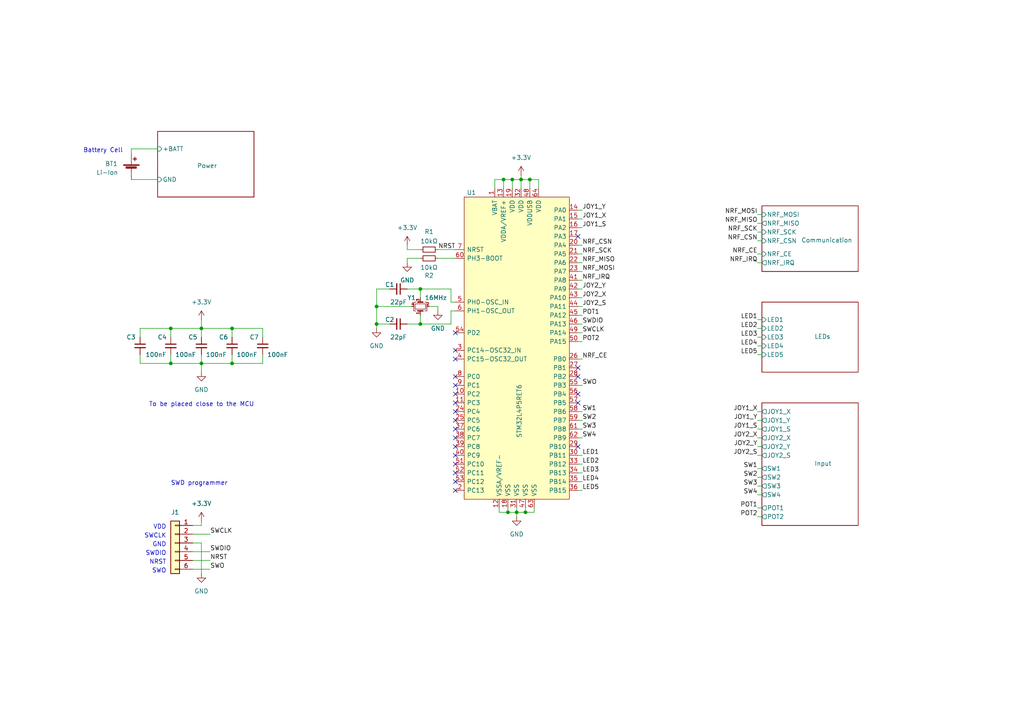
<source format=kicad_sch>
(kicad_sch (version 20211123) (generator eeschema)
  (paper "A4")
  (title_block (title "RC Helicopter Remote Control") (date "2022-12-29") (rev "${REVISION}") (company "Authors: A. Kotkov, I. Kajdan") (comment 1 "Reviewer: A. Bondyra"))
  (lib_symbols
    (symbol "Connector_Generic:Conn_01x06" (pin_names (offset 1.016) hide)
      (property "Reference" "J" (at 0 7.62 0))
      (property "Value" "Conn_01x06" (at 0 -10.16 0))
      (symbol "Conn_01x06_1_1"
        (rectangle (start -1.27 -7.493) (end 0 -7.747) (stroke (width 0.1524)))
        (rectangle (start -1.27 -4.953) (end 0 -5.207) (stroke (width 0.1524)))
        (rectangle (start -1.27 -2.413) (end 0 -2.667) (stroke (width 0.1524)))
        (rectangle (start -1.27 0.127) (end 0 -0.127) (stroke (width 0.1524)))
        (rectangle (start -1.27 2.667) (end 0 2.413) (stroke (width 0.1524)))
        (rectangle (start -1.27 5.207) (end 0 4.953) (stroke (width 0.1524)))
        (rectangle (start -1.27 6.35) (end 1.27 -8.89) (stroke (width 0.254)) (fill (type background)))
        (pin passive line (at -5.08 5.08 0) (length 3.81) (name "Pin_1") (number "1"))
        (pin passive line (at -5.08 2.54 0) (length 3.81) (name "Pin_2") (number "2"))
        (pin passive line (at -5.08 0 0) (length 3.81) (name "Pin_3") (number "3"))
        (pin passive line (at -5.08 -2.54 0) (length 3.81) (name "Pin_4") (number "4"))
        (pin passive line (at -5.08 -5.08 0) (length 3.81) (name "Pin_5") (number "5"))
        (pin passive line (at -5.08 -7.62 0) (length 3.81) (name "Pin_6") (number "6"))
      )
    )
    (symbol "Device:Battery_Cell" (pin_numbers hide) (pin_names (offset 0) hide)
      (property "Reference" "BT" (at 2.54 2.54 0))
      (property "Value" "Battery_Cell" (at 2.54 0 0))
      (symbol "Battery_Cell_0_1"
        (rectangle (start -2.286 1.778) (end 2.286 1.524) (fill (type outline)))
        (rectangle (start -1.5748 1.1938) (end 1.4732 0.6858) (fill (type outline)))
        (polyline (pts (xy 0 0.762) (xy 0 0)))
        (polyline (pts (xy 0 1.778) (xy 0 2.54)))
        (polyline (pts (xy 0.508 3.429) (xy 1.524 3.429)) (stroke (width 0.254)))
        (polyline (pts (xy 1.016 3.937) (xy 1.016 2.921)) (stroke (width 0.254)))
      )
      (symbol "Battery_Cell_1_1"
        (pin passive line (at 0 5.08 270) (length 2.54) (name "+") (number "1"))
        (pin passive line (at 0 -2.54 90) (length 2.54) (name "-") (number "2"))
      )
    )
    (symbol "Device:C_Small" (pin_numbers hide) (pin_names (offset 0.254) hide)
      (property "Reference" "C" (at 0.254 1.778 0))
      (property "Value" "C_Small" (at 0.254 -2.032 0))
      (symbol "C_Small_0_1"
        (polyline (pts (xy -1.524 -0.508) (xy 1.524 -0.508)) (stroke (width 0.3302)))
        (polyline (pts (xy -1.524 0.508) (xy 1.524 0.508)) (stroke (width 0.3048)))
      )
      (symbol "C_Small_1_1"
        (pin passive line (at 0 2.54 270) (length 2.032) (name "~") (number "1"))
        (pin passive line (at 0 -2.54 90) (length 2.032) (name "~") (number "2"))
      )
    )
    (symbol "Device:Crystal_GND24_Small" (pin_names (offset 1.016) hide)
      (property "Reference" "Y" (at 1.27 4.445 0))
      (property "Value" "Crystal_GND24_Small" (at 1.27 2.54 0))
      (symbol "Crystal_GND24_Small_0_1"
        (rectangle (start -0.762 -1.524) (end 0.762 1.524))
        (polyline (pts (xy -1.27 -0.762) (xy -1.27 0.762)) (stroke (width 0.381)))
        (polyline (pts (xy 1.27 -0.762) (xy 1.27 0.762)) (stroke (width 0.381)))
        (polyline (pts (xy -1.27 -1.27) (xy -1.27 -1.905) (xy 1.27 -1.905) (xy 1.27 -1.27)))
        (polyline (pts (xy -1.27 1.27) (xy -1.27 1.905) (xy 1.27 1.905) (xy 1.27 1.27)))
      )
      (symbol "Crystal_GND24_Small_1_1"
        (pin passive line (at -2.54 0 0) (length 1.27) (name "1") (number "1"))
        (pin passive line (at 0 -2.54 90) (length 0.635) (name "2") (number "2"))
        (pin passive line (at 2.54 0 180) (length 1.27) (name "3") (number "3"))
        (pin passive line (at 0 2.54 270) (length 0.635) (name "4") (number "4"))
      )
    )
    (symbol "Device:R_Small" (pin_numbers hide) (pin_names (offset 0.254) hide)
      (property "Reference" "R" (at 0.762 0.508 0))
      (property "Value" "R_Small" (at 0.762 -1.016 0))
      (symbol "R_Small_0_1"
        (rectangle (start -0.762 1.778) (end 0.762 -1.778) (stroke (width 0.2032)))
      )
      (symbol "R_Small_1_1"
        (pin passive line (at 0 2.54 270) (length 0.762) (name "~") (number "1"))
        (pin passive line (at 0 -2.54 90) (length 0.762) (name "~") (number "2"))
      )
    )
    (symbol "STM32L4P5RET6:STM32L4P5RET6" (pin_names (offset 0.762))
      (property "Reference" "U" (at -13.97 43.18 0))
      (property "Value" "STM32L4P5RET6" (at 0 -20.32 90))
      (symbol "STM32L4P5RET6_0_0"
        (pin power_in line (at -6.35 44.45 270) (length 2.54) (name "VBAT") (number "1"))
        (pin bidirectional line (at -17.78 -15.24 0) (length 2.54) (name "PC2") (number "10"))
        (pin bidirectional line (at -17.78 -17.78 0) (length 2.54) (name "PC3") (number "11"))
        (pin power_in line (at -5.08 -48.26 90) (length 2.54) (name "VSSA/VREF-") (number "12"))
        (pin power_in line (at -3.81 44.45 270) (length 2.54) (name "VDDA/VREF+") (number "13"))
        (pin bidirectional line (at 17.78 38.1 180) (length 2.54) (name "PA0") (number "14"))
        (pin bidirectional line (at 17.78 35.56 180) (length 2.54) (name "PA1") (number "15"))
        (pin bidirectional line (at 17.78 33.02 180) (length 2.54) (name "PA2") (number "16"))
        (pin bidirectional line (at 17.78 30.48 180) (length 2.54) (name "PA3") (number "17"))
        (pin power_in line (at -2.54 -48.26 90) (length 2.54) (name "VSS") (number "18"))
        (pin power_in line (at -1.27 44.45 270) (length 2.54) (name "VDD") (number "19"))
        (pin bidirectional line (at -17.78 -43.18 0) (length 2.54) (name "PC13") (number "2"))
        (pin bidirectional line (at 17.78 27.94 180) (length 2.54) (name "PA4") (number "20"))
        (pin bidirectional line (at 17.78 25.4 180) (length 2.54) (name "PA5") (number "21"))
        (pin bidirectional line (at 17.78 22.86 180) (length 2.54) (name "PA6") (number "22"))
        (pin bidirectional line (at 17.78 20.32 180) (length 2.54) (name "PA7") (number "23"))
        (pin bidirectional line (at -17.78 -20.32 0) (length 2.54) (name "PC4") (number "24"))
        (pin bidirectional line (at -17.78 -22.86 0) (length 2.54) (name "PC5") (number "25"))
        (pin bidirectional line (at 17.78 -5.08 180) (length 2.54) (name "PB0") (number "26"))
        (pin bidirectional line (at 17.78 -7.62 180) (length 2.54) (name "PB1") (number "27"))
        (pin bidirectional line (at 17.78 -10.16 180) (length 2.54) (name "PB2") (number "28"))
        (pin bidirectional line (at 17.78 -30.48 180) (length 2.54) (name "PB10") (number "29"))
        (pin bidirectional line (at -17.78 -2.54 0) (length 2.54) (name "PC14-OSC32_IN") (number "3"))
        (pin bidirectional line (at 17.78 -33.02 180) (length 2.54) (name "PB11") (number "30"))
        (pin power_in line (at 0 -48.26 90) (length 2.54) (name "VSS") (number "31"))
        (pin power_in line (at 1.27 44.45 270) (length 2.54) (name "VDD") (number "32"))
        (pin bidirectional line (at 17.78 -35.56 180) (length 2.54) (name "PB12") (number "33"))
        (pin bidirectional line (at 17.78 -38.1 180) (length 2.54) (name "PB13") (number "34"))
        (pin bidirectional line (at 17.78 -40.64 180) (length 2.54) (name "PB14") (number "35"))
        (pin bidirectional line (at 17.78 -43.18 180) (length 2.54) (name "PB15") (number "36"))
        (pin bidirectional line (at -17.78 -25.4 0) (length 2.54) (name "PC6") (number "37"))
        (pin bidirectional line (at -17.78 -27.94 0) (length 2.54) (name "PC7") (number "38"))
        (pin bidirectional line (at -17.78 -30.48 0) (length 2.54) (name "PC8") (number "39"))
        (pin bidirectional line (at -17.78 -5.08 0) (length 2.54) (name "PC15-OSC32_OUT") (number "4"))
        (pin bidirectional line (at -17.78 -33.02 0) (length 2.54) (name "PC9") (number "40"))
        (pin bidirectional line (at 17.78 17.78 180) (length 2.54) (name "PA8") (number "41"))
        (pin bidirectional line (at 17.78 15.24 180) (length 2.54) (name "PA9") (number "42"))
        (pin bidirectional line (at 17.78 12.7 180) (length 2.54) (name "PA10") (number "43"))
        (pin bidirectional line (at 17.78 10.16 180) (length 2.54) (name "PA11") (number "44"))
        (pin bidirectional line (at 17.78 7.62 180) (length 2.54) (name "PA12") (number "45"))
        (pin bidirectional line (at 17.78 5.08 180) (length 2.54) (name "PA13") (number "46"))
        (pin power_in line (at 2.54 -48.26 90) (length 2.54) (name "VSS") (number "47"))
        (pin power_in line (at 3.81 44.45 270) (length 2.54) (name "VDDUSB") (number "48"))
        (pin bidirectional line (at 17.78 2.54 180) (length 2.54) (name "PA14") (number "49"))
        (pin input line (at -17.78 11.43 0) (length 2.54) (name "PH0-OSC_IN") (number "5"))
        (pin bidirectional line (at 17.78 0 180) (length 2.54) (name "PA15") (number "50"))
        (pin bidirectional line (at -17.78 -35.56 0) (length 2.54) (name "PC10") (number "51"))
        (pin bidirectional line (at -17.78 -38.1 0) (length 2.54) (name "PC11") (number "52"))
        (pin bidirectional line (at -17.78 -40.64 0) (length 2.54) (name "PC12") (number "53"))
        (pin bidirectional line (at -17.78 2.54 0) (length 2.54) (name "PD2") (number "54"))
        (pin bidirectional line (at 17.78 -12.7 180) (length 2.54) (name "PB3") (number "55"))
        (pin bidirectional line (at 17.78 -15.24 180) (length 2.54) (name "PB4") (number "56"))
        (pin bidirectional line (at 17.78 -17.78 180) (length 2.54) (name "PB5") (number "57"))
        (pin bidirectional line (at 17.78 -20.32 180) (length 2.54) (name "PB6") (number "58"))
        (pin bidirectional line (at 17.78 -22.86 180) (length 2.54) (name "PB7") (number "59"))
        (pin input line (at -17.78 8.89 0) (length 2.54) (name "PH1-OSC_OUT") (number "6"))
        (pin input line (at -17.78 24.13 0) (length 2.54) (name "PH3-BOOT") (number "60"))
        (pin bidirectional line (at 17.78 -25.4 180) (length 2.54) (name "PB8") (number "61"))
        (pin bidirectional line (at 17.78 -27.94 180) (length 2.54) (name "PB9") (number "62"))
        (pin power_in line (at 5.08 -48.26 90) (length 2.54) (name "VSS") (number "63"))
        (pin power_in line (at 6.35 44.45 270) (length 2.54) (name "VDD") (number "64"))
        (pin input line (at -17.78 26.67 0) (length 2.54) (name "NRST") (number "7"))
        (pin bidirectional line (at -17.78 -10.16 0) (length 2.54) (name "PC0") (number "8"))
        (pin bidirectional line (at -17.78 -12.7 0) (length 2.54) (name "PC1") (number "9"))
      )
      (symbol "STM32L4P5RET6_0_1"
        (rectangle (start 15.24 41.91) (end -15.24 -45.72) (fill (type background)))
      )
    )
    (symbol "power:+3.3V" (power) (pin_names (offset 0))
      (property "Value" "+3.3V" (at 0 3.556 0))
      (symbol "+3.3V_0_1"
        (polyline (pts (xy -0.762 1.27) (xy 0 2.54)))
        (polyline (pts (xy 0 0) (xy 0 2.54)))
        (polyline (pts (xy 0 2.54) (xy 0.762 1.27)))
      )
      (symbol "+3.3V_1_1"
        (pin power_in line (at 0 0 90) (length 0) hide (name "+3.3V") (number "1"))
      )
    )
    (symbol "power:GND" (power) (pin_names (offset 0))
      (property "Value" "GND" (at 0 -3.81 0))
      (symbol "GND_0_1"
        (polyline (pts (xy 0 0) (xy 0 -1.27) (xy 1.27 -1.27) (xy 0 -2.54) (xy -1.27 -1.27) (xy 0 -1.27)))
      )
      (symbol "GND_1_1"
        (pin power_in line (at 0 0 270) (length 0) hide (name "GND") (number "1"))
      )
    )
  )
  (junction (at 67.31 95.25))
  (junction (at 58.42 95.25))
  (junction (at 152.4 148.59))
  (junction (at 153.67 52.07))
  (junction (at 121.92 83.82))
  (junction (at 121.92 93.98))
  (junction (at 148.59 52.07))
  (junction (at 58.42 105.41))
  (junction (at 146.05 52.07))
  (junction (at 149.86 148.59))
  (junction (at 147.32 148.59))
  (junction (at 109.22 93.98))
  (junction (at 151.13 52.07))
  (junction (at 49.53 105.41))
  (junction (at 49.53 95.25))
  (junction (at 67.31 105.41))
  (junction (at 109.22 88.9))
  (no_connect (at 132.08 111.76))
  (no_connect (at 132.08 96.52))
  (no_connect (at 132.08 116.84))
  (no_connect (at 132.08 137.16))
  (no_connect (at 167.64 129.54))
  (no_connect (at 167.64 116.84))
  (no_connect (at 167.64 106.68))
  (no_connect (at 132.08 134.62))
  (no_connect (at 132.08 132.08))
  (no_connect (at 132.08 109.22))
  (no_connect (at 132.08 114.3))
  (no_connect (at 167.64 114.3))
  (no_connect (at 132.08 142.24))
  (no_connect (at 132.08 129.54))
  (no_connect (at 132.08 119.38))
  (no_connect (at 132.08 121.92))
  (no_connect (at 132.08 104.14))
  (no_connect (at 132.08 101.6))
  (no_connect (at 167.64 68.58))
  (no_connect (at 132.08 127))
  (no_connect (at 132.08 124.46))
  (no_connect (at 132.08 139.7))
  (no_connect (at 167.64 109.22))
  (wire (pts (xy 38.1 43.18) (xy 38.1 44.45)))
  (wire (pts (xy 219.71 143.51) (xy 220.98 143.51)))
  (wire (pts (xy 219.71 67.31) (xy 220.98 67.31)))
  (wire (pts (xy 118.11 93.98) (xy 121.92 93.98)))
  (wire (pts (xy 168.91 66.04) (xy 167.64 66.04)))
  (wire (pts (xy 58.42 151.13) (xy 58.42 152.4)))
  (wire (pts (xy 118.11 74.93) (xy 121.92 74.93)))
  (wire (pts (xy 156.21 52.07) (xy 156.21 54.61)))
  (wire (pts (xy 118.11 76.2) (xy 118.11 74.93)))
  (wire (pts (xy 167.64 73.66) (xy 168.91 73.66)))
  (wire (pts (xy 76.2 102.87) (xy 76.2 105.41)))
  (wire (pts (xy 49.53 95.25) (xy 49.53 97.79)))
  (wire (pts (xy 146.05 54.61) (xy 146.05 52.07)))
  (wire (pts (xy 151.13 52.07) (xy 151.13 54.61)))
  (wire (pts (xy 219.71 69.85) (xy 220.98 69.85)))
  (wire (pts (xy 58.42 105.41) (xy 49.53 105.41)))
  (wire (pts (xy 49.53 105.41) (xy 40.64 105.41)))
  (wire (pts (xy 38.1 52.07) (xy 45.72 52.07)))
  (wire (pts (xy 124.46 88.9) (xy 127 88.9)))
  (wire (pts (xy 121.92 83.82) (xy 121.92 86.36)))
  (wire (pts (xy 148.59 52.07) (xy 148.59 54.61)))
  (wire (pts (xy 58.42 92.71) (xy 58.42 95.25)))
  (wire (pts (xy 146.05 52.07) (xy 143.51 52.07)))
  (wire (pts (xy 127 72.39) (xy 132.08 72.39)))
  (wire (pts (xy 67.31 105.41) (xy 58.42 105.41)))
  (wire (pts (xy 58.42 157.48) (xy 55.88 157.48)))
  (wire (pts (xy 58.42 105.41) (xy 58.42 107.95)))
  (wire (pts (xy 167.64 99.06) (xy 168.91 99.06)))
  (wire (pts (xy 76.2 95.25) (xy 67.31 95.25)))
  (wire (pts (xy 168.91 132.08) (xy 167.64 132.08)))
  (wire (pts (xy 118.11 83.82) (xy 121.92 83.82)))
  (wire (pts (xy 168.91 104.14) (xy 167.64 104.14)))
  (wire (pts (xy 49.53 95.25) (xy 58.42 95.25)))
  (wire (pts (xy 55.88 162.56) (xy 60.96 162.56)))
  (wire (pts (xy 219.71 100.33) (xy 220.98 100.33)))
  (wire (pts (xy 127 74.93) (xy 132.08 74.93)))
  (wire (pts (xy 167.64 71.12) (xy 168.91 71.12)))
  (wire (pts (xy 168.91 139.7) (xy 167.64 139.7)))
  (wire (pts (xy 109.22 83.82) (xy 109.22 88.9)))
  (wire (pts (xy 168.91 134.62) (xy 167.64 134.62)))
  (wire (pts (xy 58.42 95.25) (xy 67.31 95.25)))
  (wire (pts (xy 219.71 135.89) (xy 220.98 135.89)))
  (wire (pts (xy 152.4 148.59) (xy 152.4 147.32)))
  (wire (pts (xy 55.88 160.02) (xy 60.96 160.02)))
  (wire (pts (xy 219.71 124.46) (xy 220.98 124.46)))
  (wire (pts (xy 219.71 121.92) (xy 220.98 121.92)))
  (wire (pts (xy 143.51 52.07) (xy 143.51 54.61)))
  (wire (pts (xy 219.71 127) (xy 220.98 127)))
  (wire (pts (xy 168.91 121.92) (xy 167.64 121.92)))
  (wire (pts (xy 219.71 132.08) (xy 220.98 132.08)))
  (wire (pts (xy 219.71 62.23) (xy 220.98 62.23)))
  (wire (pts (xy 121.92 93.98) (xy 130.81 93.98)))
  (wire (pts (xy 118.11 72.39) (xy 118.11 71.12)))
  (wire (pts (xy 147.32 148.59) (xy 147.32 147.32)))
  (wire (pts (xy 55.88 154.94) (xy 60.96 154.94)))
  (wire (pts (xy 147.32 148.59) (xy 149.86 148.59)))
  (wire (pts (xy 167.64 96.52) (xy 168.91 96.52)))
  (wire (pts (xy 219.71 149.86) (xy 220.98 149.86)))
  (wire (pts (xy 149.86 148.59) (xy 149.86 147.32)))
  (wire (pts (xy 67.31 95.25) (xy 67.31 97.79)))
  (wire (pts (xy 168.91 137.16) (xy 167.64 137.16)))
  (wire (pts (xy 168.91 142.24) (xy 167.64 142.24)))
  (wire (pts (xy 168.91 63.5) (xy 167.64 63.5)))
  (wire (pts (xy 168.91 88.9) (xy 167.64 88.9)))
  (wire (pts (xy 167.64 91.44) (xy 168.91 91.44)))
  (wire (pts (xy 168.91 119.38) (xy 167.64 119.38)))
  (wire (pts (xy 168.91 83.82) (xy 167.64 83.82)))
  (wire (pts (xy 58.42 102.87) (xy 58.42 105.41)))
  (wire (pts (xy 144.78 148.59) (xy 147.32 148.59)))
  (wire (pts (xy 153.67 52.07) (xy 156.21 52.07)))
  (wire (pts (xy 219.71 138.43) (xy 220.98 138.43)))
  (wire (pts (xy 149.86 148.59) (xy 152.4 148.59)))
  (wire (pts (xy 49.53 95.25) (xy 40.64 95.25)))
  (wire (pts (xy 144.78 147.32) (xy 144.78 148.59)))
  (wire (pts (xy 130.81 90.17) (xy 130.81 93.98)))
  (wire (pts (xy 109.22 93.98) (xy 109.22 95.25)))
  (wire (pts (xy 168.91 127) (xy 167.64 127)))
  (wire (pts (xy 58.42 152.4) (xy 55.88 152.4)))
  (wire (pts (xy 67.31 102.87) (xy 67.31 105.41)))
  (wire (pts (xy 109.22 83.82) (xy 113.03 83.82)))
  (wire (pts (xy 219.71 102.87) (xy 220.98 102.87)))
  (wire (pts (xy 168.91 81.28) (xy 167.64 81.28)))
  (wire (pts (xy 219.71 95.25) (xy 220.98 95.25)))
  (wire (pts (xy 219.71 76.2) (xy 220.98 76.2)))
  (wire (pts (xy 119.38 88.9) (xy 109.22 88.9)))
  (wire (pts (xy 121.92 72.39) (xy 118.11 72.39)))
  (wire (pts (xy 58.42 157.48) (xy 58.42 166.37)))
  (wire (pts (xy 130.81 87.63) (xy 130.81 83.82)))
  (wire (pts (xy 151.13 52.07) (xy 153.67 52.07)))
  (wire (pts (xy 109.22 88.9) (xy 109.22 93.98)))
  (wire (pts (xy 148.59 52.07) (xy 151.13 52.07)))
  (wire (pts (xy 219.71 140.97) (xy 220.98 140.97)))
  (wire (pts (xy 132.08 87.63) (xy 130.81 87.63)))
  (wire (pts (xy 219.71 97.79) (xy 220.98 97.79)))
  (wire (pts (xy 168.91 111.76) (xy 167.64 111.76)))
  (wire (pts (xy 168.91 60.96) (xy 167.64 60.96)))
  (wire (pts (xy 168.91 86.36) (xy 167.64 86.36)))
  (wire (pts (xy 219.71 92.71) (xy 220.98 92.71)))
  (wire (pts (xy 149.86 148.59) (xy 149.86 149.86)))
  (wire (pts (xy 109.22 93.98) (xy 113.03 93.98)))
  (wire (pts (xy 219.71 129.54) (xy 220.98 129.54)))
  (wire (pts (xy 219.71 64.77) (xy 220.98 64.77)))
  (wire (pts (xy 167.64 93.98) (xy 168.91 93.98)))
  (wire (pts (xy 121.92 91.44) (xy 121.92 93.98)))
  (wire (pts (xy 154.94 148.59) (xy 154.94 147.32)))
  (wire (pts (xy 152.4 148.59) (xy 154.94 148.59)))
  (wire (pts (xy 76.2 105.41) (xy 67.31 105.41)))
  (wire (pts (xy 146.05 52.07) (xy 148.59 52.07)))
  (wire (pts (xy 121.92 83.82) (xy 130.81 83.82)))
  (wire (pts (xy 40.64 102.87) (xy 40.64 105.41)))
  (wire (pts (xy 167.64 78.74) (xy 168.91 78.74)))
  (wire (pts (xy 132.08 90.17) (xy 130.81 90.17)))
  (wire (pts (xy 219.71 147.32) (xy 220.98 147.32)))
  (wire (pts (xy 168.91 124.46) (xy 167.64 124.46)))
  (wire (pts (xy 127 88.9) (xy 127 90.17)))
  (wire (pts (xy 58.42 95.25) (xy 58.42 97.79)))
  (wire (pts (xy 38.1 43.18) (xy 45.72 43.18)))
  (wire (pts (xy 76.2 95.25) (xy 76.2 97.79)))
  (wire (pts (xy 219.71 119.38) (xy 220.98 119.38)))
  (wire (pts (xy 49.53 102.87) (xy 49.53 105.41)))
  (wire (pts (xy 151.13 50.8) (xy 151.13 52.07)))
  (wire (pts (xy 153.67 52.07) (xy 153.67 54.61)))
  (wire (pts (xy 55.88 165.1) (xy 60.96 165.1)))
  (wire (pts (xy 219.71 73.66) (xy 220.98 73.66)))
  (wire (pts (xy 167.64 76.2) (xy 168.91 76.2)))
  (wire (pts (xy 40.64 95.25) (xy 40.64 97.79)))
  (text "SWDIO" (at 48.26 161.29 180) (effects (font (size 1.27 1.27)) (justify right bottom)))
  (text "Battery Cell" (at 24.13 44.45 0) (effects (font (size 1.27 1.27)) (justify left bottom)))
  (text "To be placed close to the MCU" (at 43.18 118.11 0) (effects (font (size 1.27 1.27)) (justify left bottom)))
  (text "NRST" (at 48.26 163.83 180) (effects (font (size 1.27 1.27)) (justify right bottom)))
  (text "VDD" (at 48.26 153.67 180) (effects (font (size 1.27 1.27)) (justify right bottom)))
  (text "SWD programmer" (at 49.53 140.97 0) (effects (font (size 1.27 1.27)) (justify left bottom)))
  (text "GND" (at 48.26 158.75 180) (effects (font (size 1.27 1.27)) (justify right bottom)))
  (text "SWCLK" (at 48.26 156.21 180) (effects (font (size 1.27 1.27)) (justify right bottom)))
  (text "SWO" (at 48.26 166.37 180) (effects (font (size 1.27 1.27)) (justify right bottom)))
  (label "LED2" (at 168.91 134.62 0))
  (label "SW1" (at 219.71 135.89 180))
  (label "JOY1_Y" (at 168.91 60.96 0))
  (label "JOY2_S" (at 219.71 132.08 180))
  (label "JOY1_X" (at 219.71 119.38 180))
  (label "NRF_MISO" (at 219.71 64.77 180))
  (label "NRF_IRQ" (at 168.91 81.28 0))
  (label "POT2" (at 219.71 149.86 180))
  (label "SW4" (at 219.71 143.51 180))
  (label "SWDIO" (at 168.91 93.98 0))
  (label "NRF_CSN" (at 168.91 71.12 0))
  (label "SW3" (at 219.71 140.97 180))
  (label "NRST" (at 60.96 162.56 0))
  (label "SWDIO" (at 60.96 160.02 0))
  (label "NRF_IRQ" (at 219.71 76.2 180))
  (label "SW2" (at 219.71 138.43 180))
  (label "JOY2_X" (at 219.71 127 180))
  (label "POT2" (at 168.91 99.06 0))
  (label "NRF_SCK" (at 168.91 73.66 0))
  (label "LED3" (at 219.71 97.79 180))
  (label "LED5" (at 219.71 102.87 180))
  (label "JOY2_S" (at 168.91 88.9 0))
  (label "NRF_MISO" (at 168.91 76.2 0))
  (label "JOY1_Y" (at 219.71 121.92 180))
  (label "NRF_MOSI" (at 219.71 62.23 180))
  (label "LED4" (at 219.71 100.33 180))
  (label "POT1" (at 168.91 91.44 0))
  (label "NRST" (at 132.08 72.39 180))
  (label "LED2" (at 219.71 95.25 180))
  (label "NRF_CE" (at 168.91 104.14 0))
  (label "JOY1_X" (at 168.91 63.5 0))
  (label "SWO" (at 168.91 111.76 0))
  (label "JOY2_X" (at 168.91 86.36 0))
  (label "SW3" (at 168.91 124.46 0))
  (label "JOY1_S" (at 219.71 124.46 180))
  (label "LED3" (at 168.91 137.16 0))
  (label "LED1" (at 219.71 92.71 180))
  (label "JOY1_S" (at 168.91 66.04 0))
  (label "LED4" (at 168.91 139.7 0))
  (label "SWCLK" (at 168.91 96.52 0))
  (label "NRF_CSN" (at 219.71 69.85 180))
  (label "NRF_SCK" (at 219.71 67.31 180))
  (label "POT1" (at 219.71 147.32 180))
  (label "SWCLK" (at 60.96 154.94 0))
  (label "LED1" (at 168.91 132.08 0))
  (label "JOY2_Y" (at 219.71 129.54 180))
  (label "SW2" (at 168.91 121.92 0))
  (label "LED5" (at 168.91 142.24 0))
  (label "SW1" (at 168.91 119.38 0))
  (label "NRF_MOSI" (at 168.91 78.74 0))
  (label "SWO" (at 60.96 165.1 0))
  (label "SW4" (at 168.91 127 0))
  (label "JOY2_Y" (at 168.91 83.82 0))
  (label "NRF_CE" (at 219.71 73.66 180))
  (symbol (lib_id "power:GND") (at 118.11 76.2 0) (unit 1)
    (property "Reference" "#PWR03" (effects hide))
    (property "Value" "GND" (at 118.11 81.28 0))
  )
  (symbol (lib_id "Device:R_Small") (at 124.46 72.39 90) (unit 1)
    (property "Reference" "R1" (at 124.46 67.2084 90))
    (property "Value" "10kΩ" (at 124.46 69.977 90))
    (property "Footprint" "Resistor_SMD:R_0603_1608Metric" (effects hide))
  )
  (symbol (lib_id "Device:C_Small") (at 58.42 100.33 0) (mirror y) (unit 1)
    (property "Reference" "C5" (at 54.61 97.7899 0) (effects (justify right)))
    (property "Value" "100nF" (at 59.69 102.8699 0) (effects (justify right)))
    (property "Footprint" "Capacitor_SMD:C_0603_1608Metric" (effects hide))
  )
  (symbol (lib_id "power:GND") (at 109.22 95.25 0) (unit 1)
    (property "Reference" "#PWR06" (effects hide))
    (property "Value" "GND" (at 109.22 100.33 0))
  )
  (symbol (lib_id "Device:Crystal_GND24_Small") (at 121.92 88.9 90) (unit 1)
    (property "Reference" "Y1" (at 118.11 86.36 90) (effects (justify right)))
    (property "Value" "16MHz" (at 123.19 86.36 90) (effects (justify right)))
    (property "Footprint" "Crystal:Crystal_SMD_3225-4Pin_3.2x2.5mm" (effects hide))
  )
  (symbol (lib_id "Device:C_Small") (at 76.2 100.33 0) (mirror y) (unit 1)
    (property "Reference" "C7" (at 72.39 97.7899 0) (effects (justify right)))
    (property "Value" "100nF" (at 77.47 102.8699 0) (effects (justify right)))
    (property "Footprint" "Capacitor_SMD:C_0603_1608Metric" (effects hide))
  )
  (symbol (lib_id "power:+3.3V") (at 58.42 92.71 0) (unit 1)
    (property "Reference" "#PWR05" (effects hide))
    (property "Value" "+3.3V" (at 58.42 87.63 0))
  )
  (symbol (lib_id "Device:Battery_Cell") (at 38.1 49.53 0) (unit 1)
    (property "Reference" "BT1" (at 30.48 47.4979 0) (effects (justify left)))
    (property "Value" "Li-Ion" (at 27.94 50.0379 0) (effects (justify left)))
    (property "Footprint" "Local_Library:BAT_BCAAAW" (effects hide))
  )
  (symbol (lib_id "power:+3.3V") (at 118.11 71.12 0) (unit 1)
    (property "Reference" "#PWR02" (effects hide))
    (property "Value" "+3.3V" (at 118.11 66.04 0))
  )
  (symbol (lib_id "Device:R_Small") (at 124.46 74.93 90) (unit 1)
    (property "Reference" "R2" (at 124.46 79.9084 90))
    (property "Value" "10kΩ" (at 124.46 77.597 90))
    (property "Footprint" "Resistor_SMD:R_0603_1608Metric" (effects hide))
  )
  (symbol (lib_id "STM32L4P5RET6:STM32L4P5RET6") (at 149.86 99.06 0) (unit 1)
    (property "Reference" "U1" (at 135.3694 55.88 0) (effects (justify left)))
    (property "Value" "STM32L4P5RET6" (at 150.6094 127 90) (effects (justify left)))
    (property "Footprint" "Package_QFP:LQFP-64_10x10mm_P0.5mm" (effects hide))
    (property "Datasheet" "https://www.st.com/resource/en/datasheet/stm32l4p5ve.pdf" (effects hide))
  )
  (symbol (lib_id "power:+3.3V") (at 58.42 151.13 0) (unit 1)
    (property "Reference" "#PWR09" (effects hide))
    (property "Value" "+3.3V" (at 58.42 146.05 0))
  )
  (symbol (lib_id "Connector_Generic:Conn_01x06") (at 50.8 157.48 0) (mirror y) (unit 1)
    (property "Reference" "J1" (at 50.8 148.59 0))
    (property "Value" "SWD" (effects hide))
    (property "Footprint" "Connector_PinHeader_2.54mm:PinHeader_2x03_P2.54mm_Vertical" (effects hide))
  )
  (symbol (lib_id "power:GND") (at 58.42 107.95 0) (unit 1)
    (property "Reference" "#PWR07" (effects hide))
    (property "Value" "GND" (at 58.42 113.03 0))
  )
  (symbol (lib_id "power:GND") (at 149.86 149.86 0) (unit 1)
    (property "Reference" "#PWR08" (effects hide))
    (property "Value" "GND" (at 149.86 154.94 0))
  )
  (symbol (lib_id "Device:C_Small") (at 115.57 83.82 270) (unit 1)
    (property "Reference" "C1" (at 113.03 82.55 90))
    (property "Value" "22pF" (at 115.57 87.63 90))
    (property "Footprint" "Capacitor_SMD:C_0603_1608Metric" (effects hide))
  )
  (symbol (lib_id "Device:C_Small") (at 40.64 100.33 0) (mirror y) (unit 1)
    (property "Reference" "C3" (at 39.37 97.7899 0) (effects (justify left)))
    (property "Value" "100nF" (at 48.26 102.8699 0) (effects (justify left)))
    (property "Footprint" "Capacitor_SMD:C_0603_1608Metric" (effects hide))
  )
  (symbol (lib_id "Device:C_Small") (at 67.31 100.33 0) (mirror y) (unit 1)
    (property "Reference" "C6" (at 63.5 97.7899 0) (effects (justify right)))
    (property "Value" "100nF" (at 68.58 102.8699 0) (effects (justify right)))
    (property "Footprint" "Capacitor_SMD:C_0603_1608Metric" (effects hide))
  )
  (symbol (lib_id "power:GND") (at 127 90.17 0) (unit 1)
    (property "Reference" "#PWR04" (effects hide))
    (property "Value" "GND" (at 127 95.25 0))
  )
  (symbol (lib_id "power:+3.3V") (at 151.13 50.8 0) (unit 1)
    (property "Reference" "#PWR01" (effects hide))
    (property "Value" "+3.3V" (at 151.13 45.72 0))
  )
  (symbol (lib_id "power:GND") (at 58.42 166.37 0) (unit 1)
    (property "Reference" "#PWR010" (effects hide))
    (property "Value" "GND" (at 58.42 171.45 0))
  )
  (symbol (lib_id "Device:C_Small") (at 115.57 93.98 270) (unit 1)
    (property "Reference" "C2" (at 113.03 92.71 90))
    (property "Value" "22pF" (at 115.57 97.79 90))
    (property "Footprint" "Capacitor_SMD:C_0603_1608Metric" (effects hide))
  )
  (symbol (lib_id "Device:C_Small") (at 49.53 100.33 0) (mirror y) (unit 1)
    (property "Reference" "C4" (at 45.72 97.7899 0) (effects (justify right)))
    (property "Value" "100nF" (at 50.8 102.8699 0) (effects (justify right)))
    (property "Footprint" "Capacitor_SMD:C_0603_1608Metric" (effects hide))
  )
  (sheet (at 220.98 116.84) (size 27.94 35.56) (stroke (width 0.1524))
    (property "Sheet name" "Input" (at 236.22 135.1784 0) (effects (justify left bottom)))
    (property "Sheet file" "input.kicad_sch" (effects hide))
    (pin "POT1" output (at 220.98 147.32 180))
    (pin "POT2" output (at 220.98 149.86 180))
    (pin "JOY1_Y" output (at 220.98 121.92 180))
    (pin "JOY1_X" output (at 220.98 119.38 180))
    (pin "JOY1_S" output (at 220.98 124.46 180))
    (pin "JOY2_X" output (at 220.98 127 180))
    (pin "JOY2_S" output (at 220.98 132.08 180))
    (pin "JOY2_Y" output (at 220.98 129.54 180))
    (pin "SW3" output (at 220.98 140.97 180))
    (pin "SW2" output (at 220.98 138.43 180))
    (pin "SW1" output (at 220.98 135.89 180))
    (pin "SW4" output (at 220.98 143.51 180))
  )
  (sheet (at 45.72 38.1) (size 27.94 19.05) (stroke (width 0.1524))
    (property "Sheet name" "Power" (at 57.15 48.8184 0) (effects (justify left bottom)))
    (property "Sheet file" "power.kicad_sch" (effects hide))
    (pin "GND" input (at 45.72 52.07 180))
    (pin "+BATT" input (at 45.72 43.18 180))
  )
  (sheet (at 220.98 59.69) (size 27.94 19.05) (stroke (width 0.1524))
    (property "Sheet name" "Communication" (at 232.41 70.4084 0) (effects (justify left bottom)))
    (property "Sheet file" "communication.kicad_sch" (effects hide))
    (pin "NRF_SCK" input (at 220.98 67.31 180))
    (pin "NRF_MOSI" input (at 220.98 62.23 180))
    (pin "NRF_CSN" input (at 220.98 69.85 180))
    (pin "NRF_MISO" output (at 220.98 64.77 180))
    (pin "NRF_CE" input (at 220.98 73.66 180))
    (pin "NRF_IRQ" output (at 220.98 76.2 180))
  )
  (sheet (at 220.98 87.63) (size 27.94 20.32) (stroke (width 0.1524))
    (property "Sheet name" "LEDs" (at 236.22 98.3484 0) (effects (justify left bottom)))
    (property "Sheet file" "leds.kicad_sch" (effects hide))
    (pin "LED2" input (at 220.98 95.25 180))
    (pin "LED4" input (at 220.98 100.33 180))
    (pin "LED3" input (at 220.98 97.79 180))
    (pin "LED5" input (at 220.98 102.87 180))
    (pin "LED1" input (at 220.98 92.71 180))
  )
)
</source>
